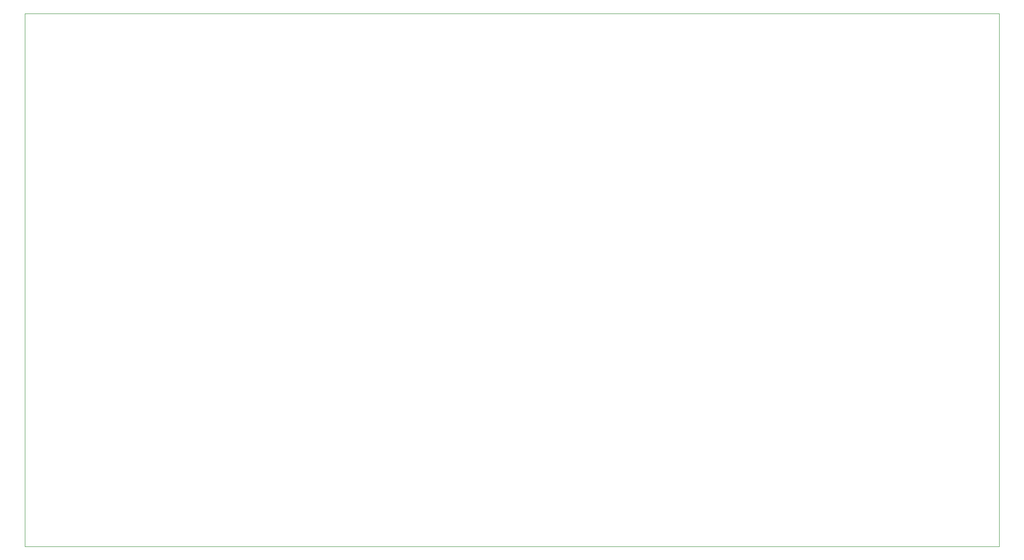
<source format=gm1>
G04 #@! TF.FileFunction,Profile,NP*
%FSLAX46Y46*%
G04 Gerber Fmt 4.6, Leading zero omitted, Abs format (unit mm)*
G04 Created by KiCad (PCBNEW 4.0.0-rc1-stable) date 12/27/2015 3:28:10 PM*
%MOMM*%
G01*
G04 APERTURE LIST*
%ADD10C,0.150000*%
%ADD11C,0.100000*%
G04 APERTURE END LIST*
D10*
D11*
X235607800Y-30000000D02*
X235607800Y-130000000D01*
X53000000Y-30000000D02*
X53000000Y-130000000D01*
X53000000Y-130000000D02*
X235607800Y-130000000D01*
X53000000Y-30000000D02*
X235607800Y-30000000D01*
M02*

</source>
